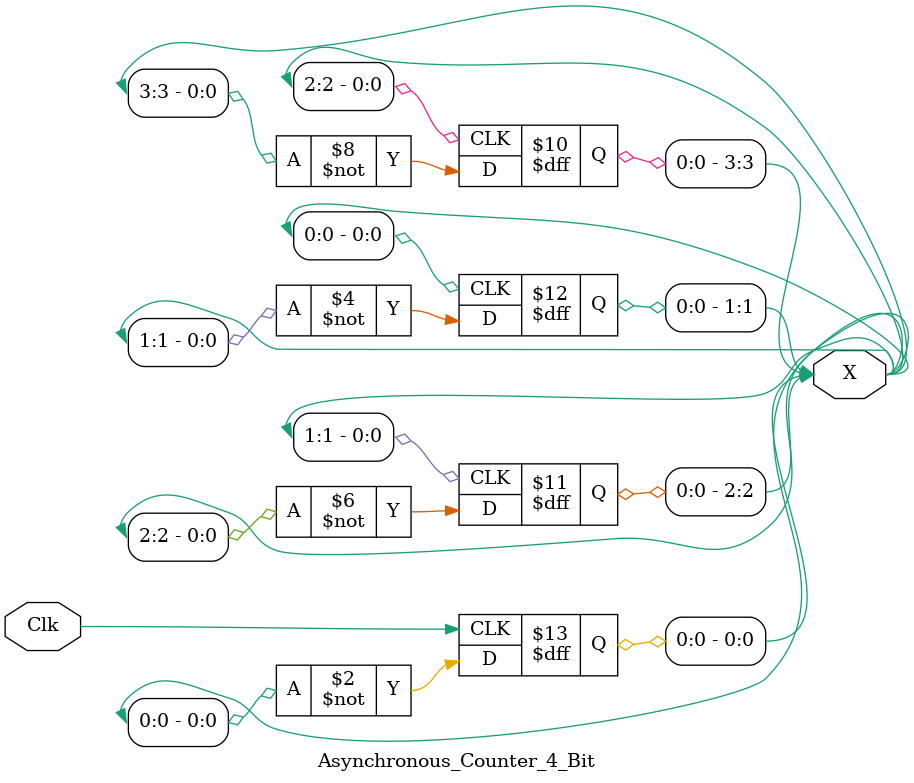
<source format=v>
module Asynchronous_Counter_4_Bit(
    input Clk,
    output reg [3:0] X
    );

initial X = 4'b0;
    
always @ (negedge Clk) X[0]=~X[0];
always @ (negedge X[0]) X[1]=~X[1];
always @ (negedge X[1]) X[2]=~X[2];
always @ (negedge X[2]) X[3]=~X[3];
    
endmodule

</source>
